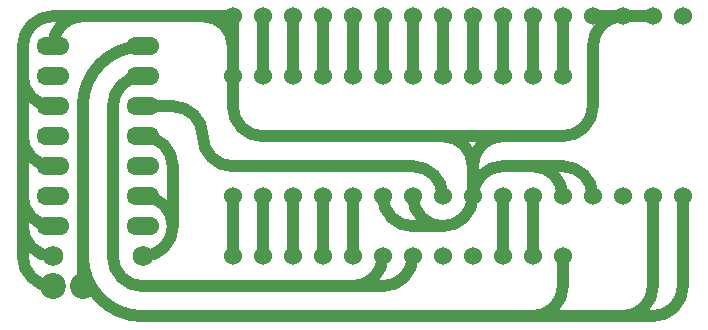
<source format=gbr>
G04 DesignSpark PCB Gerber Version 10.0 Build 5299*
%FSLAX35Y35*%
%MOIN*%
%ADD29C,0.03937*%
%ADD10C,0.06000*%
%ADD80C,0.06890*%
%ADD79C,0.08661*%
%ADD85O,0.11000X0.06000*%
X0Y0D02*
D02*
D10*
X80250Y30250D03*
Y50250D03*
Y90250D03*
Y110250D03*
X90250Y30250D03*
Y50250D03*
Y90250D03*
Y110250D03*
X100250Y30250D03*
Y50250D03*
Y90250D03*
Y110250D03*
X110250Y30250D03*
Y50250D03*
Y90250D03*
Y110250D03*
X120250Y30250D03*
Y50250D03*
Y90250D03*
Y110250D03*
X130250Y30250D03*
Y50250D03*
Y90250D03*
Y110250D03*
X140250Y30250D03*
Y50250D03*
Y90250D03*
Y110250D03*
X150250Y30250D03*
Y50250D03*
Y90250D03*
Y110250D03*
X160250Y30250D03*
Y50250D03*
Y90250D03*
Y110250D03*
X170250Y30250D03*
Y50250D03*
Y90250D03*
Y110250D03*
X180250Y30250D03*
Y50250D03*
Y90250D03*
Y110250D03*
X190250Y30250D03*
Y50250D03*
Y90250D03*
Y110250D03*
X200250Y50250D03*
Y110250D03*
X210250Y50250D03*
Y110250D03*
X220250Y50250D03*
Y110250D03*
X230250Y50250D03*
Y110250D03*
D02*
D29*
X10250Y40250D02*
Y50250D01*
Y70250D01*
Y90250D01*
Y100250D01*
G75*
G02*
X20250Y110250I10000J0D01*
G01*
X30250D01*
X20250Y20250D02*
G75*
G02*
X10250Y30250I0J10000D01*
G01*
Y40250D01*
X20250Y30250D02*
G75*
G02*
X10250Y40250I0J10000D01*
G01*
X20250D02*
G75*
G02*
X10250Y50250I0J10000D01*
G01*
X20250Y60250D02*
G75*
G02*
X10250Y70250I0J10000D01*
G01*
X20250Y80250D02*
G75*
G02*
X10250Y90250I0J10000D01*
G01*
X20250Y100250D02*
G75*
G02*
X30250Y110250I10000J0D01*
G01*
Y20250D02*
Y40250D01*
Y30250D01*
G75*
G03*
X50250Y10250I20000J0D01*
G01*
X180250D01*
X30250Y110250D02*
X70250D01*
X50250Y50250D02*
G75*
G02*
X60250Y40250I0J-10000D01*
G01*
X50250Y70250D02*
G75*
G02*
X60250Y60250I0J-10000D01*
G01*
Y40250D01*
X50250Y90250D02*
G75*
G03*
X40250Y80250I0J-10000D01*
G01*
Y30250D01*
G75*
G03*
X50250Y20250I10000J0D01*
G01*
X120250D01*
X50250Y100250D02*
G75*
G03*
X30250Y80250I0J-20000D01*
G01*
Y40250D01*
X60250D02*
G75*
G02*
X50250Y30250I-10000J0D01*
G01*
X70250Y110250D02*
X80250D01*
Y50250D02*
Y30250D01*
Y90250D02*
Y80250D01*
G75*
G03*
X90250Y70250I10000J0D01*
G01*
X150250D01*
X80250Y90250D02*
Y100250D01*
G75*
G03*
X70250Y110250I-10000J0D01*
G01*
X80250Y100250D02*
Y110250D01*
X90250Y50250D02*
Y30250D01*
Y90250D02*
Y110250D01*
X100250Y50250D02*
Y30250D01*
Y90250D02*
Y110250D01*
X110250Y50250D02*
Y30250D01*
Y90250D02*
Y110250D01*
X120250Y20250D02*
G75*
G03*
X130250Y30250I0J10000D01*
G01*
X120250Y50250D02*
Y30250D01*
Y90250D02*
Y110250D01*
X130250Y50250D02*
G75*
G03*
X140250Y40250I10000J0D01*
G01*
X150250D01*
X130250Y90250D02*
Y110250D01*
X140250Y30250D02*
G75*
G02*
X130250Y20250I-10000J0D01*
G01*
X120250D01*
X140250Y50250D02*
G75*
G03*
X150250Y40250I10000J0D01*
G01*
X140250Y90250D02*
Y110250D01*
X150250Y40250D02*
G75*
G03*
X160250Y50250I0J10000D01*
G01*
X150250D02*
G75*
G03*
X140250Y60250I-10000J0D01*
G01*
X80250D01*
G75*
G02*
X70250Y70250I0J10000D01*
G01*
G75*
G03*
X60250Y80250I-10000J0D01*
G01*
X50250D01*
X150250Y70250D02*
X170250D01*
X150250D02*
G75*
G02*
X160250Y60250I0J-10000D01*
G01*
X150250Y90250D02*
Y110250D01*
X160250Y50250D02*
G75*
G02*
X170250Y60250I10000J0D01*
G01*
X180250D01*
X160250D02*
Y50250D01*
Y90250D02*
Y110250D01*
X170250Y30250D02*
Y50250D01*
Y70250D02*
G75*
G03*
X160250Y60250I0J-10000D01*
G01*
X170250Y70250D02*
X190250D01*
G75*
G03*
X200250Y80250I0J10000D01*
G01*
Y100250D01*
G75*
G02*
X210250Y110250I10000J0D01*
G01*
X170250Y90250D02*
Y110250D01*
X180250Y10250D02*
G75*
G03*
X190250Y20250I0J10000D01*
G01*
Y30250D01*
X180250Y50250D02*
Y30250D01*
Y60250D02*
G75*
G02*
X190250Y50250I0J-10000D01*
G01*
X180250Y90250D02*
Y110250D01*
X190250Y90250D02*
Y110250D01*
X200250Y50250D02*
G75*
G03*
X190250Y60250I-10000J0D01*
G01*
X180250D01*
X200250Y110250D02*
X210250D01*
Y10250D02*
X180250D01*
X220250Y50250D02*
Y20250D01*
G75*
G02*
X210250Y10250I-10000J0D01*
G01*
X220250Y110250D02*
X210250D01*
X230250Y50250D02*
Y20250D01*
G75*
G02*
X220250Y10250I-10000J0D01*
G01*
X210250D01*
D02*
D79*
X20250Y20250D03*
X30250D03*
D02*
D80*
X20250Y30250D03*
X50250D03*
D02*
D85*
X20250Y40250D03*
Y50250D03*
Y60250D03*
Y70250D03*
Y80250D03*
Y90250D03*
Y100250D03*
X50250Y40250D03*
Y50250D03*
Y60250D03*
Y70250D03*
Y80250D03*
Y90250D03*
Y100250D03*
X0Y0D02*
M02*

</source>
